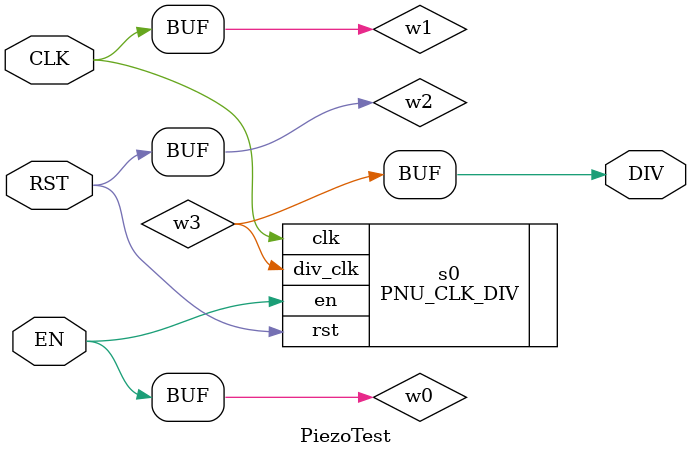
<source format=v>
module PiezoTest(EN,CLK,RST,DIV);

input EN;
input CLK;
input RST;
output DIV;

wire  w0;
wire  w1;
wire  w2;
wire  w3;

assign w0 = EN;
assign w1 = CLK;
assign w2 = RST;
assign DIV = w3;

PNU_CLK_DIV
     #(
      .cnt_num(2))
     s0 (
      .en(w0),
      .clk(w1),
      .rst(w2),
      .div_clk(w3));

endmodule


</source>
